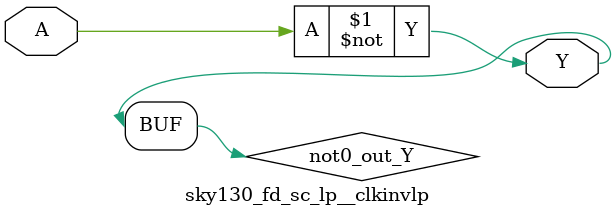
<source format=v>
/*
 * Copyright 2020 The SkyWater PDK Authors
 *
 * Licensed under the Apache License, Version 2.0 (the "License");
 * you may not use this file except in compliance with the License.
 * You may obtain a copy of the License at
 *
 *     https://www.apache.org/licenses/LICENSE-2.0
 *
 * Unless required by applicable law or agreed to in writing, software
 * distributed under the License is distributed on an "AS IS" BASIS,
 * WITHOUT WARRANTIES OR CONDITIONS OF ANY KIND, either express or implied.
 * See the License for the specific language governing permissions and
 * limitations under the License.
 *
 * SPDX-License-Identifier: Apache-2.0
*/


`ifndef SKY130_FD_SC_LP__CLKINVLP_FUNCTIONAL_V
`define SKY130_FD_SC_LP__CLKINVLP_FUNCTIONAL_V

/**
 * clkinvlp: Lower power Clock tree inverter.
 *
 * Verilog simulation functional model.
 */

`timescale 1ns / 1ps
`default_nettype none

`celldefine
module sky130_fd_sc_lp__clkinvlp (
    Y,
    A
);

    // Module ports
    output Y;
    input  A;

    // Local signals
    wire not0_out_Y;

    //  Name  Output      Other arguments
    not not0 (not0_out_Y, A              );
    buf buf0 (Y         , not0_out_Y     );

endmodule
`endcelldefine

`default_nettype wire
`endif  // SKY130_FD_SC_LP__CLKINVLP_FUNCTIONAL_V

</source>
